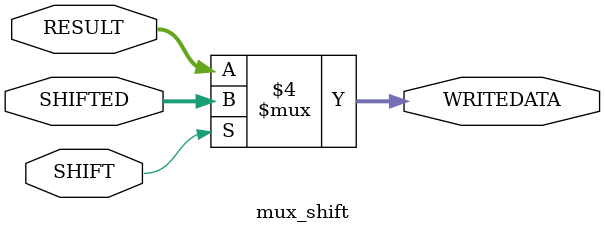
<source format=v>

module mux_shift(RESULT, SHIFTED, WRITEDATA, SHIFT);//to select which value is sent to the register file to write the data

     //ports declaration 
    input [7:0]RESULT, SHIFTED; //input declaration 
    input SHIFT;          
    output reg[7:0]WRITEDATA; //initialize outputs

    always @ (*)//resting pc when reset is high is done at asynchronously and having 1 time delay
     begin
        if(SHIFT == 1)
     	   WRITEDATA = SHIFTED;//if shift is enable then give the shifte value 
        else
           WRITEDATA = RESULT;//else give the result of the alu
     end
    
endmodule

</source>
